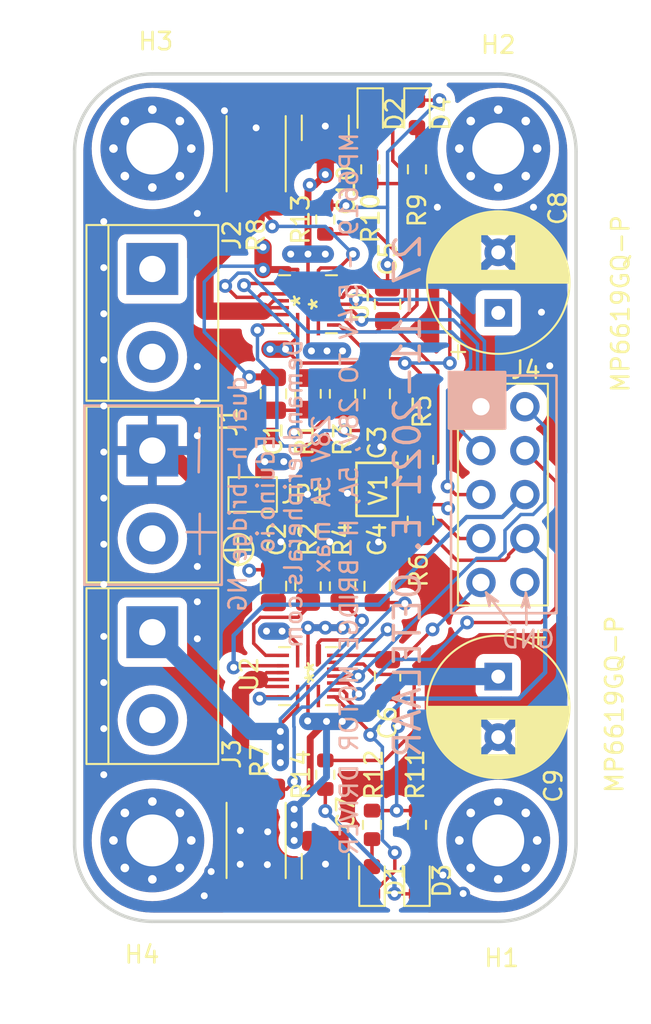
<source format=kicad_pcb>
(kicad_pcb (version 20230517) (generator pcbnew)
  (title_block (title "Dual H bridge NextGen") (date "2021-11-26") (rev "1") (company "Demand Peripherals / Eduino / OETELAAR"))
  (layers (0 "F.Cu" signal) (1 "In1.Cu" signal) (2 "In2.Cu" signal) (31 "B.Cu" signal) (34 "B.Paste" user) (35 "F.Paste" user) (36 "B.SilkS" user "B.Silkscreen") (37 "F.SilkS" user "F.Silkscreen") (38 "B.Mask" user) (39 "F.Mask" user) (44 "Edge.Cuts" user))
  (net 0 "")
  (net 3 "U1-OUT2")
  (net 4 "Net-(R1-Pad2)")
  (net 5 "Net-(R2-Pad2)")
  (net 6 "U2-OUT2")
  (net 7 "U1-OUT1")
  (net 8 "Net-(C3-Pad2)")
  (net 9 "U2-OUT1")
  (net 10 "Net-(C4-Pad2)")
  (net 11 "GNDA")
  (net 12 "Net-(R4-Pad1)")
  (net 13 "VIN")
  (net 16 "GND")
  (net 17 "Net-(U2-Pad4)")
  (net 18 "Net-(R1-Pad1)")
  (net 19 "Net-(R3-Pad1)")
  (net 24 "U1-nFault")
  (net 25 "U2-nFault")
  (net 26 "U2-IFB")
  (net 27 "U1-EN")
  (net 28 "U1-IN1")
  (net 29 "U1-IN2")
  (net 30 "U2-IN1")
  (net 31 "U2-IN2")
  (net 32 "U2-EN")
  (net 33 "U1-IFB")
  (net 34 "U1-VCC")
  (net 35 "U2-VCC")
  (net 36 "Net-(D1-Pad2)")
  (net 37 "Net-(D2-Pad2)")
  (net 38 "Net-(D3-Pad2)")
  (net 39 "Net-(R9-Pad2)")
  (net 40 "U1-ISET")
  (net 41 "U2-ISET")
  (footprint "Resistor_SMD:R_0603_1608Metric" (layer "F.Cu") (at 160 64.1 90)
    (fp_text reference "R13")
    (fp_text value "80k 0603")
  )
  (footprint "LED_SMD:LED_0603_1608Metric" (layer "F.Cu") (at 165.3 58 -90)
    (fp_text reference "D4")
    (fp_text value "LED GREEN 0603")
  )
  (footprint "Resistor_SMD:R_0805_2012Metric" (layer "F.Cu") (at 159 74.180001 -90)
    (fp_text reference "R1")
    (fp_text value "10 R")
  )
  (footprint "Resistor_SMD:R_0805_2012Metric" (layer "F.Cu") (at 165.5 81.5 -90)
    (fp_text reference "R6")
    (fp_text value "100k")
  )
  (footprint "Resistor_SMD:R_2512_6332Metric" (layer "F.Cu") (at 156 100 -90)
    (fp_text reference "R7")
    (fp_text value "0.05R SENSE")
  )
  (footprint "Capacitor_SMD:C_0805_2012Metric" (layer "F.Cu") (at 163 85.3 90)
    (fp_text reference "C4")
    (fp_text value "100 nF / 50V")
  )
  (footprint "Capacitor_SMD:C_0805_2012Metric" (layer "F.Cu") (at 163.6 69 -90)
    (fp_text reference "C5")
    (fp_text value "1uF/50V")
  )
  (footprint "Capacitor_THT:CP_Radial_D8.0mm_P3.50mm" (layer "F.Cu") (at 170.000001 69.5 90)
    (fp_text reference "C8")
    (fp_text value "C_Polarized_Small")
  )
  (footprint "Resistor_SMD:R_0805_2012Metric" (layer "F.Cu") (at 161 85.3 90)
    (fp_text reference "R4")
    (fp_text value "10 R")
  )
  (footprint "Capacitor_SMD:C_1210_3225Metric" (layer "F.Cu") (at 160 58.8 90)
    (fp_text reference "C10")
    (fp_text value "4u7 1210")
  )
  (footprint "2HBR_NG_Library:MP6619GQ-P" (layer "F.Cu") (at 159 69 -90)
    (fp_text reference "U1")
    (fp_text value "MP6619GQ-P")
  )
  (footprint "Resistor_SMD:R_2512_6332Metric" (layer "F.Cu") (at 156 60.3 90)
    (fp_text reference "R8")
    (fp_text value "0.05R SENSE")
  )
  (footprint "TerminalBlock:TerminalBlock_bornier-2_P5.08mm" (layer "F.Cu") (at 150 87.96 -90)
    (fp_text reference "J3")
    (fp_text value "Screw_Terminal_01x02")
  )
  (footprint "TerminalBlock:TerminalBlock_bornier-2_P5.08mm" (layer "F.Cu") (at 150 77.46 -90)
    (fp_text reference "J1")
    (fp_text value "Screw_Terminal_01x02")
  )
  (footprint "Resistor_SMD:R_0603_1608Metric" (layer "F.Cu") (at 162.6 61.2 90)
    (fp_text reference "R10")
    (fp_text value "1K0 0603")
  )
  (footprint "Capacitor_SMD:C_0805_2012Metric" (layer "F.Cu") (at 163.000001 74.180001 -90)
    (fp_text reference "C3")
    (fp_text value "100 nF / 50V")
  )
  (footprint "MountingHole:MountingHole_3mm_Pad_Via" (layer "F.Cu") (at 150 100)
    (fp_text reference "H4")
    (fp_text value "MountingHole_Pad")
  )
  (footprint "Capacitor_SMD:C_1210_3225Metric" (layer "F.Cu") (at 160 101.5 -90)
    (fp_text reference "C7")
    (fp_text value "4u7 1210")
  )
  (footprint "Resistor_SMD:R_0805_2012Metric" (layer "F.Cu") (at 161 74.180001 -90)
    (fp_text reference "R3")
    (fp_text value "10 R")
  )
  (footprint "Capacitor_SMD:C_0805_2012Metric" (layer "F.Cu") (at 163.6 90.5 -90)
    (fp_text reference "C6")
    (fp_text value "1uF/50V")
  )
  (footprint "MountingHole:MountingHole_3mm_Pad_Via" (layer "F.Cu") (at 150 60)
    (fp_text reference "H3")
    (fp_text value "MountingHole_Pad")
  )
  (footprint "LED_SMD:LED_0603_1608Metric" (layer "F.Cu") (at 162.6 58 -90)
    (fp_text reference "D2")
    (fp_text value "LED RED 0603")
  )
  (footprint "Resistor_SMD:R_0603_1608Metric" (layer "F.Cu") (at 165.3 99.1 -90)
    (fp_text reference "R11")
    (fp_text value "1K0 0603")
  )
  (footprint "2HBR_NG_Library:MP6619GQ-P" (layer "F.Cu") (at 159 90.5 -90)
    (fp_text reference "U2")
    (fp_text value "MP6619GQ-P")
  )
  (footprint "Resistor_SMD:R_0603_1608Metric" (layer "F.Cu") (at 160 96.2 -90)
    (fp_text reference "R14")
    (fp_text value "80k 0603")
  )
  (footprint "Connector_PinHeader_2.54mm:PinHeader_2x05_P2.54mm_Vertical" (layer "F.Cu") (at 169 74.925)
    (fp_text reference "J4")
    (fp_text value "Conn_02x05_Odd_Even")
  )
  (footprint "Resistor_SMD:R_0805_2012Metric" (layer "F.Cu") (at 165.5 78 90)
    (fp_text reference "R5")
    (fp_text value "100k")
  )
  (footprint "Resistor_SMD:R_0603_1608Metric" (layer "F.Cu") (at 165.3 61.2 90)
    (fp_text reference "R9")
    (fp_text value "1K0 0603")
  )
  (footprint "Capacitor_THT:CP_Radial_D8.0mm_P3.50mm" (layer "F.Cu") (at 170.000001 90.52735 -90)
    (fp_text reference "C9")
    (fp_text value "C_Polarized_Small")
  )
  (footprint "Jumper:SolderJumper-2_P1.3mm_Bridged2Bar_Pad1.0x1.5mm" (layer "F.Cu") (at 155.8 80 180)
    (fp_text reference "JP1")
    (fp_text value "Jumper_2_Bridged")
  )
  (footprint "MountingHole:MountingHole_3mm_Pad_Via" (layer "F.Cu") (at 170 60)
    (fp_text reference "H2")
    (fp_text value "MountingHole_Pad")
  )
  (footprint "Capacitor_SMD:C_0805_2012Metric" (layer "F.Cu") (at 157 74.180001 -90)
    (fp_text reference "C1")
    (fp_text value "100 nF / 50V")
  )
  (footprint "TerminalBlock:TerminalBlock_bornier-2_P5.08mm" (layer "F.Cu") (at 150 66.96 -90)
    (fp_text reference "J2")
    (fp_text value "Screw_Terminal_01x02")
  )
  (footprint "LED_SMD:LED_0603_1608Metric" (layer "F.Cu") (at 162.7 102.3 90)
    (fp_text reference "D1")
    (fp_text value "LED RED 0603")
  )
  (footprint "Resistor_SMD:R_0805_2012Metric" (layer "F.Cu") (at 159 85.3 90)
    (fp_text reference "R2")
    (fp_text value "10 R")
  )
  (footprint "LED_SMD:LED_0603_1608Metric" (layer "F.Cu") (at 165.3 102.3 90)
    (fp_text reference "D3")
    (fp_text value "LED GREEN 0603")
  )
  (footprint "Capacitor_SMD:C_0805_2012Metric" (layer "F.Cu") (at 157 85.3 90)
    (fp_text reference "C2")
    (fp_text value "100 nF / 50V")
  )
  (footprint "Resistor_SMD:R_0603_1608Metric" (layer "F.Cu") (at 162.7 99.1 -90)
    (fp_text reference "R12")
    (fp_text value "1K0 0603")
  )
  (footprint "MountingHole:MountingHole_3mm_Pad_Via" (layer "F.Cu") (at 170 100)
    (fp_text reference "H1")
    (fp_text value "MountingHole_Pad")
  )
  (gr_line (start 169.3 85.67) (end 169.49 86.45) (stroke (width 0.15)) (layer "B.SilkS"))
  (gr_line (start 169.29 85.66) (end 170.71 87.51) (stroke (width 0.15)) (layer "B.SilkS"))
  (gr_line (start 152.72 76.15) (end 152.68 78.71) (stroke (width 0.15)) (layer "B.SilkS"))
  (gr_line (start 171.8 86.54) (end 171.59 85.67) (stroke (width 0.15)) (layer "B.SilkS"))
  (gr_line (start 171.55 86.24) (end 171.8 86.54) (stroke (width 0.15)) (layer "B.SilkS"))
  (gr_line (start 169.53 86.08) (end 169.98 86.18) (stroke (width 0.15)) (layer "B.SilkS"))
  (gr_rect (start 167.15 72.92) (end 170.4 76.18) (stroke (width 0.15)) (fill solid) (layer "B.SilkS"))
  (gr_line (start 153.67 82.19) (end 151.99 82.17) (stroke (width 0.15)) (layer "B.SilkS"))
  (gr_line (start 169.49 86.45) (end 169.53 86.08) (stroke (width 0.15)) (layer "B.SilkS"))
  (gr_line (start 152.74 81.12) (end 152.74 83.44) (stroke (width 0.15)) (layer "B.SilkS"))
  (gr_line (start 169.98 86.18) (end 169.31 85.7) (stroke (width 0.15)) (layer "B.SilkS"))
  (gr_rect (start 146.07 74.86) (end 154.01 85.22) (stroke (width 0.15)) (fill none) (layer "B.SilkS"))
  (gr_line (start 171.36 86.51) (end 171.55 86.24) (stroke (width 0.15)) (layer "B.SilkS"))
  (gr_rect (start 167.27 73.12) (end 173.37 86.86) (stroke (width 0.15)) (fill none) (layer "B.SilkS"))
  (gr_line (start 171.61 85.73) (end 171.36 86.51) (stroke (width 0.15)) (layer "B.SilkS"))
  (gr_line (start 171.61 85.73) (end 171.63 87.53) (stroke (width 0.15)) (layer "B.SilkS"))
  (gr_line (start 154.95 82.32) (end 154.95 84.1) (stroke (width 0.15)) (layer "F.SilkS"))
  (gr_rect (start 161.8 78.17) (end 164.18 81.24) (stroke (width 0.15)) (fill none) (layer "F.SilkS"))
  (gr_line (start 154.2 83.22) (end 155.66 83.2) (stroke (width 0.15)) (layer "F.SilkS"))
  (gr_circle (center 154.95 83.18) (end 155.66 83.71) (stroke (width 0.15)) (fill none) (layer "F.SilkS"))
  (gr_rect (start 167.2 73.2) (end 170.27 76.195) (stroke (width 0.15)) (fill solid) (layer "F.SilkS"))
  (gr_arc (start 145.499999 60.179999) (mid 146.818018 56.998018) (end 149.999999 55.679999) (stroke (width 0.2)) (layer "Edge.Cuts"))
  (gr_arc (start 149.999996 104.680002) (mid 146.818017 103.361981) (end 145.5 100.18) (stroke (width 0.2)) (layer "Edge.Cuts"))
  (gr_line (start 145.5 100.18) (end 145.5 60.179999) (stroke (width 0.2)) (layer "Edge.Cuts"))
  (gr_line (start 169.999999 104.68) (end 150 104.68) (stroke (width 0.2)) (layer "Edge.Cuts"))
  (gr_arc (start 174.5 100.180001) (mid 173.18198 103.361981) (end 169.999999 104.68) (stroke (width 0.2)) (layer "Edge.Cuts"))
  (gr_line (start 174.499999 60.179998) (end 174.499999 100.18) (stroke (width 0.2)) (layer "Edge.Cuts"))
  (gr_line (start 149.999999 55.679999) (end 169.999999 55.679998) (stroke (width 0.2)) (layer "Edge.Cuts"))
  (gr_arc (start 170 55.679997) (mid 173.18198 56.998017) (end 174.499999 60.179998) (stroke (width 0.2)) (layer "Edge.Cuts"))
  (gr_text "GND\n" (at 171.74 88.37) (layer "B.SilkS") (effects (font (size 1 1)) (justify mirror)))
  (gr_text "27-11-2021 E. OETELAAR\n" (at 164.75 80.1 90) (layer "B.SilkS") (effects (font (size 1.5 1.5) (thickness 0.2)) (justify mirror)))
  (gr_text "dual h-bridge NG\nEduino.io\nDemandperipherals.com\n28V 5A max\nMP6619 - 5.4V TO 28V, 5A, H-BRIDGE MOTOR DRIVER" (at 158.16 79.96 90) (layer "B.SilkS") (effects (font (size 1 1)) (justify mirror)))
  (gr_text "V1" (at 163.06 79.73 90) (layer "F.SilkS") (effects (font (size 1 1))))
  (segment (start 158.400001 66.991999) (end 156.4 66.991999) (width 0.2) (layer "F.Cu") (net 3))
  (segment (start 156.969999 73.2) (end 157 73.230001) (width 0.4) (layer "F.Cu") (net 3))
  (segment (start 155.6 73.2) (end 156.969999 73.2) (width 0.4) (layer "F.Cu") (net 3))
  (segment (start 158.400001 67.85) (end 158.400001 66.991999) (width 0.2) (layer "F.Cu") (net 3))
  (segment (start 156.4 66.991999) (end 157.858001 66.991999) (width 0.4) (layer "F.Cu") (net 3))
  (segment (start 158.400001 66.991999) (end 157.691999 66.991999) (width 0.2) (layer "F.Cu") (net 3))
  (segment (start 156.4 65.7) (end 156.4 66.991999) (width 1) (layer "F.Cu") (net 3))
  (via (at 155.6 73.2) (size 0.8) (drill 0.4) (layers "F.Cu" "B.Cu") (net 3))
  (via (at 156.4 65.7) (size 0.8) (drill 0.4) (layers "F.Cu" "B.Cu") (net 3))
  (via (at 156.4 66.991999) (size 0.8) (drill 0.4) (layers "F.Cu" "B.Cu") (net 3))
  (segment (start 153.909766 66.800989) (end 156.20899 66.800989) (width 0.2) (layer "B.Cu") (net 3))
  (segment (start 156.20899 66.800989) (end 156.4 66.991999) (width 0.2) (layer "B.Cu") (net 3))
  (segment (start 153.000499 70.600499) (end 153.000499 67.710256) (width 0.2) (layer "B.Cu") (net 3))
  (segment (start 153.000499 67.710256) (end 153.909766 66.800989) (width 0.2) (layer "B.Cu") (net 3))
  (segment (start 155.6 73.2) (end 153.000499 70.600499) (width 0.2) (layer "B.Cu") (net 3))
  (segment (start 158.9625 75.130001) (end 159 75.092501) (width 0.2) (layer "F.Cu") (net 4))
  (segment (start 157 75.130001) (end 158.9625 75.130001) (width 0.2) (layer "F.Cu") (net 4))
  (segment (start 158.8625 84.3875) (end 159 84.3875) (width 0.2) (layer "F.Cu") (net 5))
  (segment (start 157 86.25) (end 158.8625 84.3875) (width 0.2) (layer "F.Cu") (net 5))
  (segment (start 157.66 87.9) (end 157.5 87.9) (width 0.2) (layer "F.Cu") (net 6))
  (segment (start 158.400001 88.640001) (end 157.66 87.9) (width 0.2) (layer "F.Cu") (net 6))
  (segment (start 158.400001 89.35) (end 158.400001 88.640001) (width 0.2) (layer "F.Cu") (net 6))
  (segment (start 157 84.35) (end 155.65 84.35) (width 0.2) (layer "F.Cu") (net 6))
  (segment (start 155.65 84.35) (end 155.6 84.4) (width 0.2) (layer "F.Cu") (net 6))
  (segment (start 156.6 87.9) (end 157.5 87.9) (width 0.4) (layer "F.Cu") (net 6))
  (via (at 157.5 87.9) (size 0.8) (drill 0.4) (layers "F.Cu" "B.Cu") (net 6))
  (via (at 155.6 84.4) (size 0.8) (drill 0.4) (layers "F.Cu" "B.Cu") (net 6))
  (via (at 156.6 87.9) (size 0.8) (drill 0.4) (layers "F.Cu" "B.Cu") (net 6))
  (segment (start 156.6 87.9) (end 157.5 87.9) (width 1) (layer "B.Cu") (net 6))
  (segment (start 162.17 72.4) (end 163.000001 73.230001) (width 0.2) (layer "F.Cu") (net 7))
  (segment (start 158.5 72.4) (end 162.17 72.4) (width 0.2) (layer "F.Cu") (net 7))
  (segment (start 158.400001 70.899999) (end 157.7 71.6) (width 0.2) (layer "F.Cu") (net 7))
  (segment (start 157.7 71.6) (end 156.8 71.6) (width 1) (layer "F.Cu") (net 7))
  (segment (start 158.400001 70.15) (end 158.400001 70.899999) (width 0.2) (layer "F.Cu") (net 7))
  (segment (start 157.7 71.6) (end 158.5 72.4) (width 0.2) (layer "F.Cu") (net 7))
  (via (at 156.8 71.6) (size 0.8) (drill 0.4) (layers "F.Cu" "B.Cu") (net 7))
  (via (at 157.7 71.6) (size 0.8) (drill 0.4) (layers "F.Cu" "B.Cu") (net 7))
  (segment (start 156.8 71.6) (end 157.7 71.6) (width 0.4) (layer "B.Cu") (net 7))
  (segment (start 162.962501 75.092501) (end 163.000001 75.130001) (width 0.2) (layer "F.Cu") (net 8))
  (segment (start 161 75.092501) (end 162.962501 75.092501) (width 0.2) (layer "F.Cu") (net 8))
  (segment (start 163 86.25) (end 164.55 86.25) (width 0.2) (layer "F.Cu") (net 9))
  (segment (start 158.400001 91.65) (end 158.400001 92.299999) (width 0.2) (layer "F.Cu") (net 9))
  (segment (start 157.4 93.3) (end 157.4 93.7) (width 0.2) (layer "F.Cu") (net 9))
  (segment (start 158.400001 92.299999) (end 158 92.7) (width 0.2) (layer "F.Cu") (net 9))
  (segment (start 164.55 86.25) (end 164.6 86.3) (width 0.2) (layer "F.Cu") (net 9))
  (segment (start 158 92.7) (end 157.4 93.3) (width 0.2) (layer "F.Cu") (net 9))
  (via (at 164.6 86.3) (size 0.8) (drill 0.4) (layers "F.Cu" "B.Cu") (net 9))
  (via (at 157.4 93.7) (size 0.8) (drill 0.4) (layers "F.Cu" "B.Cu") (net 9))
  (via (at 157.4 95.5) (size 0.8) (drill 0.4) (layers "F.Cu" "B.Cu") (net 9))
  (via (at 157.4 94.6) (size 0.8) (drill 0.4) (layers "F.Cu" "B.Cu") (net 9))
  (segment (start 157.4 93.7) (end 157.4 94.6) (width 1) (layer "B.Cu") (net 9))
  (segment (start 157.4 94.6) (end 157.4 95.5) (width 1) (layer "B.Cu") (net 9))
  (segment (start 158.519777 91.890978) (end 164.110755 86.3) (width 0.2) (layer "B.Cu") (net 9))
  (segment (start 157.4 92.974327) (end 158.483349 91.890978) (width 0.2) (layer "B.Cu") (net 9))
  (segment (start 150 87.96) (end 155.74 93.7) (width 1) (layer "B.Cu") (net 9))
  (segment (start 164.110755 86.3) (end 164.6 86.3) (width 0.2) (layer "B.Cu") (net 9))
  (segment (start 155.74 93.7) (end 157.4 93.7) (width 1) (layer "B.Cu") (net 9))
  (segment (start 158.483349 91.890978) (end 158.519777 91.890978) (width 0.2) (layer "B.Cu") (net 9))
  (segment (start 157.4 93.7) (end 157.4 92.974327) (width 0.2) (layer "B.Cu") (net 9))
  (segment (start 162.9625 84.3875) (end 163 84.35) (width 0.2) (layer "F.Cu") (net 10))
  (segment (start 161 84.3875) (end 162.9625 84.3875) (width 0.2) (layer "F.Cu") (net 10))
  (segment (start 163.35 89.3) (end 163.6 89.55) (width 0.2) (layer "F.Cu") (net 11))
  (segment (start 161.02 67.8) (end 161.69 67.13) (width 0.2) (layer "F.Cu") (net 11))
  (segment (start 162.68 67.13) (end 163.6 68.05) (width 0.2) (layer "F.Cu") (net 11))
  (segment (start 164.0075 103.0875) (end 164 103.08) (width 0.2) (layer "F.Cu") (net 11))
  (segment (start 160.45 67.8) (end 161.02 67.8) (width 0.2) (layer "F.Cu") (net 11))
  (segment (start 163.6 68.05) (end 163.6 66.7) (width 0.2) (layer "F.Cu") (net 11))
  (segment (start 160 98.3) (end 160 97.025) (width 0.2) (layer "F.Cu") (net 11))
  (segment (start 156.5 78.1) (end 157.6 78.1) (width 1) (layer "F.Cu") (net 11))
  (segment (start 160 63.275) (end 161.175 63.275) (width 0.2) (layer "F.Cu") (net 11))
  (segment (start 156.45 80) (end 156.45 78.15) (width 1) (layer "F.Cu") (net 11))
  (segment (start 156.45 78.15) (end 156.5 78.1) (width 1) (layer "F.Cu") (net 11))
  (segment (start 164.45 89.55) (end 166.2 87.8) (width 0.2) (layer "F.Cu") (net 11))
  (segment (start 165.3 103.0875) (end 164.0075 103.0875) (width 0.2) (layer "F.Cu") (net 11))
  (segment (start 161.175 63.275) (end 161.2 63.3) (width 0.2) (layer "F.Cu") (net 11))
  (segment (start 166.6 57.2) (end 165.3125 57.2) (width 0.2) (layer "F.Cu") (net 11))
  (segment (start 161.69 67.13) (end 162.68 67.13) (width 0.2) (layer "F.Cu") (net 11))
  (segment (start 165.3125 57.2) (end 165.3 57.2125) (width 0.2) (layer "F.Cu") (net 11))
  (segment (start 163.6 89.55) (end 164.45 89.55) (width 0.2) (layer "F.Cu") (net 11))
  (segment (start 160.45 89.3) (end 163.35 89.3) (width 0.2) (layer "F.Cu") (net 11))
  (via (at 163.6 66.7) (size 0.8) (drill 0.4) (layers "F.Cu" "B.Cu") (net 11))
  (via (at 157.6 78.1) (size 0.8) (drill 0.4) (layers "F.Cu" "B.Cu") (net 11))
  (via (at 164 103.08) (size 0.8) (drill 0.4) (layers "F.Cu" "B.Cu") (net 11))
  (via (at 156.5 78.1) (size 0.8) (drill 0.4) (layers "F.Cu" "B.Cu") (net 11))
  (via (at 166.6 57.2) (size 0.8) (drill 0.4) (layers "F.Cu" "B.Cu") (net 11))
  (via (at 166.2 87.8) (size 0.8) (drill 0.4) (layers "F.Cu" "B.Cu") (net 11))
  (via (at 160 98.3) (size 0.8) (drill 0.4) (layers "F.Cu" "B.Cu") (net 11))
  (via (at 161.2 63.3) (size 0.8) (drill 0.4) (layers "F.Cu" "B.Cu") (net 11))
  (segment (start 169 85.085) (end 166.285 87.8) (width 0.2) (layer "B.Cu") (net 11))
  (segment (start 161.3 63.4) (end 163.6 63.4) (width 0.2) (layer "B.Cu") (net 11))
  (segment (start 166.285 87.8) (end 166.2 87.8) (width 0.2) (layer "B.Cu") (net 11))
  (segment (start 163.6 63.4) (end 163.6 60.2) (width 0.2) (layer "B.Cu") (net 11))
  (segment (start 156.5 78.1) (end 157.6 78.1) (width 1) (layer "B.Cu") (net 11))
  (segment (start 161.2 63.3) (end 161.3 63.4) (width 0.2) (layer "B.Cu") (net 11))
  (segment (start 160 98.3) (end 164 102.3) (width 0.25) (layer "B.Cu") (net 11))
  (segment (start 164 102.3) (end 164 103.08) (width 0.25) (layer "B.Cu") (net 11))
  (segment (start 163.6 60.2) (end 166.6 57.2) (width 0.2) (layer "B.Cu") (net 11))
  (segment (start 163.6 66.7) (end 163.6 63.4) (width 0.2) (layer "B.Cu") (net 11))
  (segment (start 161 86.2125) (end 162.076398 87.288898) (width 0.2) (layer "F.Cu") (net 12))
  (segment (start 162.076398 87.288898) (end 162.122919 87.288898) (width 0.2) (layer "F.Cu") (net 12))
  (segment (start 156.299999 91.700001) (end 156.2 91.8) (width 0.2) (layer "F.Cu") (net 12))
  (segment (start 157.55 91.700001) (end 156.299999 91.700001) (width 0.2) (layer "F.Cu") (net 12))
  (via (at 162.122919 87.288898) (size 0.8) (drill 0.4) (layers "F.Cu" "B.Cu") (net 12))
  (via (at 156.2 91.8) (size 0.8) (drill 0.4) (layers "F.Cu" "B.Cu") (net 12))
  (segment (start 158.009333 91.8) (end 162.122919 87.686414) (width 0.2) (layer "B.Cu") (net 12))
  (segment (start 162.122919 87.686414) (end 162.122919 87.288898) (width 0.2) (layer "B.Cu") (net 12))
  (segment (start 156.2 91.8) (end 158.009333 91.8) (width 0.2) (layer "B.Cu") (net 12))
  (segment (start 159.4 62.1) (end 160 61.5) (width 0.4) (layer "F.Cu") (net 13))
  (segment (start 159 67.85) (end 159 66.1) (width 0.2) (layer "F.Cu") (net 13))
  (segment (start 158.225 100.025) (end 158.2 100) (width 0.2) (layer "F.Cu") (net 13))
  (segment (start 159 66.1) (end 160 66.1) (width 1) (layer "F.Cu") (net 13))
  (segment (start 159.12548 94.06452) (end 159.12548 97.27452) (width 0.4) (layer "F.Cu") (net 13))
  (segment (start 159.1 62.1) (end 159.4 62.1) (width 0.4) (layer "F.Cu") (net 13))
  (segment (start 160.1 71.7005) (end 161 71.7005) (width 0.2) (layer "F.Cu") (net 13))
  (segment (start 159 87.7) (end 161 87.7) (width 0.4) (layer "F.Cu") (net 13))
  (segment (start 159 71.5005) (end 159.2 71.7005) (width 0.2) (layer "F.Cu") (net 13))
  (segment (start 159 62) (end 159 66.1) (width 0.4) (layer "F.Cu") (net 13))
  (segment (start 159 70.15) (end 159 71.5005) (width 0.2) (layer "F.Cu") (net 13))
  (segment (start 159.2 71.7005) (end 161 71.7005) (width 0.4) (layer "F.Cu") (net 13))
  (segment (start 158 66.1005) (end 158.9995 66.1005) (width 1) (layer "F.Cu") (net 13))
  (segment (start 159 91.65) (end 159 93.07) (width 0.2) (layer "F.Cu") (net 13))
  (segment (start 159 89.35) (end 159 88) (width 0.2) (layer "F.Cu") (net 13))
  (segment (start 160.95354 93.09) (end 160.98177 93.11823) (width 0.4) (layer "F.Cu") (net 13))
  (segment (start 159 87.7) (end 160 87.7) (width 0.2) (layer "F.Cu") (net 13))
  (segment (start 160 60.275) (end 160 61.5) (width 1) (layer "F.Cu") (net 13))
  (segment (start 158.9995 66.1005) (end 159 66.1) (width 1) (layer "F.Cu") (net 13))
  (segment (start 158.2 99.1) (end 158.2 98.2) (width 0.2) (layer "F.Cu") (net 13))
  (segment (start 158.98 93.09) (end 160.95354 93.09) (width 0.4) (layer "F.Cu") (net 13))
  (segment (start 160.07 93.12) (end 159.12548 94.06452) (width 0.4) (layer "F.Cu") (net 13))
  (segment (start 160 100.025) (end 158.225 100.025) (width 0.2) (layer "F.Cu") (net 13))
  (segment (start 159.12548 97.27452) (end 158.2 98.2) (width 0.4) (layer "F.Cu") (net 13))
  (segment (start 159 93.07) (end 158.98 93.09) (width 0.2) (layer "F.Cu") (net 13))
  (segment (start 158.2 100) (end 158.2 98.2) (width 0.4) (layer "F.Cu") (net 13))
  (via (at 158.98 93.09) (size 0.8) (drill 0.4) (layers "F.Cu" "B.Cu") (net 13))
  (via (at 158.2 100) (size 0.8) (drill 0.4) (layers "F.Cu" "B.Cu") (net 13))
  (via (at 158.2 99.1) (size 0.8) (drill 0.4) (layers "F.Cu" "B.Cu") (net 13))
  (via (at 160 66.1) (size 0.8) (drill 0.4) (layers "F.Cu" "B.Cu") (net 13))
  (via (at 159 87.7) (size 0.8) (drill 0.4) (layers "F.Cu" "B.Cu") (net 13))
  (via (at 159 66.1) (size 0.8) (drill 0.4) (layers "F.Cu" "B.Cu") (net 13))
  (via (at 161 87.7) (size 0.8) (drill 0.4) (layers "F.Cu" "B.Cu") (net 13))
  (via (at 159.1 62.1) (size 0.8) (drill 0.4) (layers "F.Cu" "B.Cu") (net 13))
  (via (at 159.2 71.7005) (size 0.8) (drill 0.4) (layers "F.Cu" "B.Cu") (net 13))
  (via (at 160.98177 93.11823) (size 0.8) (drill 0.4) (layers "F.Cu" "B.Cu") (net 13))
  (via (at 160 61.5) (size 0.8) (drill 0.4) (layers "F.Cu" "B.Cu") (net 13))
  (via (at 158.2 98.2) (size 0.8) (drill 0.4) (layers "F.Cu" "B.Cu") (net 13))
  (via (at 160.07 93.12) (size 0.8) (drill 0.4) (layers "F.Cu" "B.Cu") (net 13))
  (via (at 161 71.7005) (size 0.8) (drill 0.4) (layers "F.Cu" "B.Cu") (net 13))
  (via (at 160.1 71.7005) (size 0.8) (drill 0.4) (layers "F.Cu" "B.Cu") (net 13))
  (via (at 158 66.1005) (size 0.8) (drill 0.4) (layers "F.Cu" "B.Cu") (net 13))
  (via (at 160 87.7) (size 0.8) (drill 0.4) (layers "F.Cu" "B.Cu") (net 13))
  (segment (start 158.2 100) (end 158.2 99.1) (width 0.2) (layer "B.Cu") (net 13))
  (segment (start 161.450499 92.649501) (end 160.98177 93.11823) (width 1) (layer "B.Cu") (net 13))
  (segment (start 160.07 96.33) (end 158.2 98.2) (width 0.4) (layer "B.Cu") (net 13))
  (segment (start 170.000001 90.52735) (end 164.41772 90.52735) (width 1) (layer "B.Cu") (net 13))
  (segment (start 159 87.7) (end 161 87.7) (width 0.4) (layer "B.Cu") (net 13))
  (segment (start 159.9995 66.1005) (end 160 66.1) (width 1) (layer "B.Cu") (net 13))
  (segment (start 159.2 71.7005) (end 160.1 71.7005) (width 0.2) (layer "B.Cu") (net 13))
  (segment (start 158 66.1005) (end 159.9995 66.1005) (width 1) (layer "B.Cu") (net 13))
  (segment (start 160 87.7) (end 161 87.7) (width 0.2) (layer "B.Cu") (net 13))
  (segment (start 158.98 93.09) (end 159.00823 93.11823) (width 1) (layer "B.Cu") (net 13))
  (segment (start 160.07 93.12) (end 160.07 96.33) (width 0.4) (layer "B.Cu") (net 13))
  (segment (start 163.059501 91.885569) (end 163.059501 92.005429) (width 1) (layer "B.Cu") (net 13))
  (segment (start 162.415429 92.649501) (end 161.450499 92.649501) (width 1) (layer "B.Cu") (net 13))
  (segment (start 159.2 71.7005) (end 161 71.7005) (width 1) (layer "B.Cu") (net 13))
  (segment (start 164.41772 90.52735) (end 163.059501 91.885569) (width 1) (layer "B.Cu") (net 13))
  (segment (start 158.2 100) (end 158.2 98.2) (width 1) (layer "B.Cu") (net 13))
  (segment (start 159.00823 93.11823) (end 160.98177 93.11823) (width 1) (layer "B.Cu") (net 13))
  (segment (start 163.059501 92.005429) (end 162.415429 92.649501) (width 1) (layer "B.Cu") (net 13))
  (segment (start 159.9875 102.9625) (end 160 102.975) (width 1) (layer "F.Cu") (net 16))
  (segment (start 156 102.9625) (end 159.9875 102.9625) (width 1) (layer "F.Cu") (net 16))
  (segment (start 155.1 101.4) (end 155.08 101.38) (width 0.4) (layer "F.Cu") (net 16))
  (segment (start 160 58.7) (end 160 57.325) (width 0.4) (layer "F.Cu") (net 16))
  (segment (start 156 102.9625) (end 156.65 102.3125) (width 1) (layer "F.Cu") (net 16))
  (segment (start 156.65 102.3125) (end 156.65 101.4) (width 1) (layer "F.Cu") (net 16))
  (segment (start 159.9875 57.3375) (end 160 57.325) (width 1) (layer "F.Cu") (net 16))
  (segment (start 160 102.975) (end 160 101.38) (width 1) (layer "F.Cu") (net 16))
  (segment (start 156 57.3375) (end 159.9875 57.3375) (width 0.4) (layer "F.Cu") (net 16))
  (segment (start 153.4 80) (end 155.15 80) (width 1) (layer "F.Cu") (net 16))
  (segment (start 150.86 77.46) (end 153.4 80) (width 1) (layer "F.Cu") (net 16))
  (segment (start 150 77.46) (end 150.86 77.46) (width 1) (layer "F.Cu") (net 16))
  (segment (start 160 101.38) (end 160.01 101.37) (width 1) (layer "F.Cu") (net 16))
  (segment (start 156.65 101.4) (end 155.1 101.4) (width 0.4) (layer "F.Cu") (net 16))
  (segment (start 156 57.3375) (end 156 58.8) (width 0.4) (layer "F.Cu") (net 16))
  (via (at 152.6 86.2) (size 0.8) (drill 0.4) (layers "F.Cu" "B.Cu") (net 16))
  (via (at 152.6 76.6) (size 0.8) (drill 0.4) (layers "F.Cu" "B.Cu") (net 16))
  (via (at 172.5 69.46) (size 0.8) (drill 0.4) (layers "F.Cu" "B.Cu") (net 16))
  (via (at 160.01 101.37) (size 0.8) (drill 0.4) (layers "F.Cu" "B.Cu") (net 16))
  (via (at 157.43 82.74) (size 0.8) (drill 0.4) (layers "F.Cu" "B.Cu") (net 16))
  (via (at 147.19 72.215) (size 0.8) (drill 0.4) (layers "F.Cu" "B.Cu") (net 16))
  (via (at 152.6 88.34) (size 0.8) (drill 0.4) (layers "F.Cu" "B.Cu") (net 16))
  (via (at 172.98 72.56) (size 0.8) (drill 0.4) (layers "F.Cu" "B.Cu") (net 16))
  (via (at 152.6 74.6) (size 0.8) (drill 0.4) (layers "F.Cu" "B.Cu") (net 16))
  (via (at 167.97 103.07) (size 0.8) (drill 0.4) (layers "F.Cu" "B.Cu") (net 16))
  (via (at 147.19 64.22) (size 0.8) (drill 0.4) (layers "F.Cu" "B.Cu") (net 16))
  (via (at 153.4 101.8) (size 0.8) (drill 0.4) (layers "F.Cu" "B.Cu") (net 16))
  (via (at 153 103.2) (size 0.8) (drill 0.4) (layers "F.Cu" "B.Cu") (net 16))
  (via (at 147.19 85.2) (size 0.8) (drill 0.4) (layers "F.Cu" "B.Cu") (net 16))
  (via (at 147.19 96.2) (size 0.8) (drill 0.4) (layers "F.Cu" "B.Cu") (net 16))
  (via (at 163.21 77.24) (size 0.8) (drill 0.4) (layers "F.Cu" "B.Cu") (net 16))
  (via (at 147.19 69.55) (size 0.8) (drill 0.4) (layers "F.Cu" "B.Cu") (net 16))
  (via (at 147.19 77.545) (size 0.8) (drill 0.4) (layers "F.Cu" "B.Cu") (net 16))
  (via (at 147.19 82.875) (size 0.8) (drill 0.4) (layers "F.Cu" "B.Cu") (net 16))
  (via (at 155.08 101.38) (size 0.8) (drill 0.4) (layers "F.Cu" "B.Cu") (net 16))
  (via (at 152.6 72.6) (size 0.8) (drill 0.4) (layers "F.Cu" "B.Cu") (net 16))
  (via (at 147.19 66.885) (size 0.8) (drill 0.4) (layers "F.Cu" "B.Cu") (net 16))
  (via (at 156.67 99.5) (size 0.8) (drill 0.4) (layers "F.Cu" "B.Cu") (net 16))
  (via (at 158.97 79.99) (size 0.8) (drill 0.4) (layers "F.Cu" "B.Cu") (net 16))
  (via (at 147.19 93.535) (size 0.8) (drill 0.4) (layers "F.Cu" "B.Cu") (net 16))
  (via (at 161.28 79.93) (size 0.8) (drill 0.4) (layers "F.Cu" "B.Cu") (net 16))
  (via (at 147.19 80.21) (size 0.8) (drill 0.4) (layers "F.Cu" "B.Cu") (net 16))
  (via (at 147.19 74.88) (size 0.8) (drill 0.4) (layers "F.Cu" "B.Cu") (net 16))
  (via (at 147.19 90.87) (size 0.8) (drill 0.4) (layers "F.Cu" "B.Cu") (net 16))
  (via (at 154.17 57.81) (size 0.8) (drill 0.4) (layers "F.Cu" "B.Cu") (net 16))
  (via (at 160 58.7) (size 0.8) (drill 0.4) (layers "F.Cu" "B.Cu") (net 16))
  (via (at 160.255 82.74) (size 0.8) (drill 0.4) (layers "F.Cu" "B.Cu") (net 16))
  (via (at 155.09 99.43) (size 0.8) (drill 0.4) (layers "F.Cu" "B.Cu") (net 16))
  (via (at 163.08 82.74) (size 0.8) (drill 0.4) (layers "F.Cu" "B.Cu") (net 16))
  (via (at 166.8 102) (size 0.8) (drill 0.4) (layers "F.Cu" "B.Cu") (net 16))
  (via (at 156.65 101.4) (size 0.8) (drill 0.4) (layers "F.Cu" "B.Cu") (net 16))
  (via (at 147.19 88.205) (size 0.8) (drill 0.4) (layers "F.Cu" "B.Cu") (net 16))
  (via (at 152.6 63.75) (size 0.8) (drill 0.4) (layers "F.Cu" "B.Cu") (net 16))
  (via (at 172.04 63.39) (size 0.8) (drill 0.4) (layers "F.Cu" "B.Cu") (net 16))
  (via (at 156 58.8) (size 0.8) (drill 0.4) (layers "F.Cu" "B.Cu") (net 16))
  (via (at 152.6 84.16) (size 0.8) (drill 0.4) (layers "F.Cu" "B.Cu") (net 16))
  (via (at 166.48 63.39) (size 0.8) (drill 0.4) (layers "F.Cu" "B.Cu") (net 16))
  (segment (start 159.9 58.8) (end 160 58.7) (width 0.4) (layer "B.Cu") (net 16))
  (segment (start 156 58.8) (end 159.9 58.8) (width 0.4) (layer "B.Cu") (net 16))
  (segment (start 156.55 89.3) (end 155.86 88.61) (width 0.2) (layer "F.Cu") (net 17))
  (segment (start 155.86 87.4869) (end 156.2469 87.1) (width 0.2) (layer "F.Cu") (net 17))
  (segment (start 155.86 88.61) (end 155.86 87.4869) (width 0.2) (layer "F.Cu") (net 17))
  (segment (start 158.43 87.1) (end 159 86.53) (width 0.2) (layer "F.Cu") (net 17))
  (segment (start 156.2469 87.1) (end 158.43 87.1) (width 0.2) (layer "F.Cu") (net 17))
  (segment (start 159 86.53) (end 159 86.2125) (width 0.2) (layer "F.Cu") (net 17))
  (segment (start 157.55 89.3) (end 156.55 89.3) (width 0.2) (layer "F.Cu") (net 17))
  (segment (start 157.55 67.8) (end 155.4 67.8) (width 0.2) (layer "F.Cu") (net 18))
  (segment (start 160 75.6) (end 160 74.267501) (width 0.2) (layer "F.Cu") (net 18))
  (segment (start 158.2 76.4) (end 159.2 76.4) (width 0.2) (layer "F.Cu") (net 18))
  (segment (start 159.2 76.4) (end 160 75.6) (width 0.2) (layer "F.Cu") (net 18))
  (segment (start 155.4 67.8) (end 155.3 67.9) (width 0.2) (layer "F.Cu") (net 18))
  (segment (start 160 74.267501) (end 159 73.267501) (width 0.2) (layer "F.Cu") (net 18))
  (via (at 155.3 67.9) (size 0.8) (drill 0.4) (layers "F.Cu" "B.Cu") (net 18))
  (via (at 158.2 76.4) (size 0.8) (drill 0.4) (layers "F.Cu" "B.Cu") (net 18))
  (segment (start 158.4 76.2) (end 158.4 71) (width 0.2) (layer "B.Cu") (net 18))
  (segment (start 158.2 76.4) (end 158.4 76.2) (width 0.2) (layer "B.Cu") (net 18))
  (segment (start 158.4 71) (end 155.3 67.9) (width 0.2) (layer "B.Cu") (net 18))
  (segment (start 161 73.267501) (end 161.932499 74.2) (width 0.2) (layer "F.Cu") (net 19))
  (segment (start 163.332142 76.3) (end 161.1 76.3) (width 0.2) (layer "F.Cu") (net 19))
  (segment (start 164.024521 74.534521) (end 164.024521 75.607621) (width 0.2) (layer "F.Cu") (net 19))
  (segment (start 161.932499 74.2) (end 163.69 74.2) (width 0.2) (layer "F.Cu") (net 19))
  (segment (start 157.55 70.200001) (end 156.376397 70.200001) (width 0.2) (layer "F.Cu") (net 19))
  (segment (start 156.376397 70.200001) (end 156.076898 70.4995) (width 0.2) (layer "F.Cu") (net 19))
  (segment (start 164.024521 75.607621) (end 163.332142 76.3) (width 0.2) (layer "F.Cu") (net 19))
  (segment (start 163.69 74.2) (end 164.024521 74.534521) (width 0.2) (layer "F.Cu") (net 19))
  (via (at 156.076898 70.4995) (size 0.8) (drill 0.4) (layers "F.Cu" "B.Cu") (net 19))
  (via (at 161.1 76.3) (size 0.8) (drill 0.4) (layers "F.Cu" "B.Cu") (net 19))
  (segment (start 159 77.2) (end 157.6 77.2) (width 0.2) (layer "B.Cu") (net 19))
  (segment (start 157.6 77.2) (end 157.2 76.8) (width 0.2) (layer "B.Cu") (net 19))
  (segment (start 156.076898 72.176898) (end 156.076898 70.4995) (width 0.2) (layer "B.Cu") (net 19))
  (segment (start 159.9 76.3) (end 159 77.2) (width 0.2) (layer "B.Cu") (net 19))
  (segment (start 157.2 76.8) (end 157.2 73.3) (width 0.2) (layer "B.Cu") (net 19))
  (segment (start 157.2 73.3) (end 156.076898 72.176898) (width 0.2) (layer "B.Cu") (net 19))
  (segment (start 161.1 76.3) (end 159.9 76.3) (width 0.2) (layer "B.Cu") (net 19))
  (segment (start 164.52548 61.32548) (end 165.781908 61.32548) (width 0.2) (layer "F.Cu") (net 24))
  (segment (start 164.65 72.15) (end 162.75 72.15) (width 0.2) (layer "F.Cu") (net 24))
  (segment (start 160.8 70.2) (end 160.45 70.2) (width 0.2) (layer "F.Cu") (net 24))
  (segment (start 164.65 72.35) (end 164.6 72.4) (width 0.2) (layer "F.Cu") (net 24))
  (segment (start 166.7 81.5) (end 167.745 82.545) (width 0.2) (layer "F.Cu") (net 24))
  (segment (start 167.2 62.743572) (end 167.2 72.4) (width 0.2) (layer "F.Cu") (net 24))
  (segment (start 165.781908 61.32548) (end 167.2 62.743572) (width 0.2) (layer "F.Cu") (net 24))
  (segment (start 163.8 80.8) (end 164.5 81.5) (width 0.2) (layer "F.Cu") (net 24))
  (segment (start 167.745 82.545) (end 169 82.545) (width 0.2) (layer "F.Cu") (net 24))
  (segment (start 165.5 77.0875) (end 164.6125 77.0875) (width 0.2) (layer "F.Cu") (net 24))
  (segment (start 165.5 77.0875) (end 165.5 73) (width 0.2) (layer "F.Cu") (net 24))
  (segment (start 165.5 73) (end 164.65 72.15) (width 0.2) (layer "F.Cu") (net 24))
  (segment (start 163.9 58.5125) (end 163.9 60.7) (width 0.2) (layer "F.Cu") (net 24))
  (segment (start 164.5 81.5) (end 166.7 81.5) (width 0.2) (layer "F.Cu") (net 24))
  (segment (start 162.75 72.15) (end 160.8 70.2) (width 0.2) (layer "F.Cu") (net 24))
  (segment (start 164.6125 77.0875) (end 163.8 77.9) (width 0.2) (layer "F.Cu") (net 24))
  (segment (start 163.9 60.7) (end 164.52548 61.32548) (width 0.2) (layer "F.Cu") (net 24))
  (segment (start 164.65 72.15) (end 164.65 72.35) (width 0.2) (layer "F.Cu") (net 24))
  (segment (start 163.8 77.9) (end 163.8 80.8) (width 0.2) (layer "F.Cu") (net 24))
  (segment (start 162.6 57.2125) (end 163.9 58.5125) (width 0.2) (layer "F.Cu") (net 24))
  (via (at 164.6 72.4) (size 0.8) (drill 0.4) (layers "F.Cu" "B.Cu") (net 24))
  (via (at 167.2 72.4) (size 0.8) (drill 0.4) (layers "F.Cu" "B.Cu") (net 24))
  (segment (start 164.6 72.4) (end 167.2 72.4) (width 0.2) (layer "B.Cu") (net 24))
  (segment (start 170.4 83.8) (end 170.6 83.6) (width 0.2) (layer "F.Cu") (net 25))
  (segment (start 160.552783 91.7) (end 162.6 93.747217) (width 0.2) (layer "F.Cu") (net 25))
  (segment (start 170.6 83.485) (end 171.54 82.545) (width 0.2) (layer "F.Cu") (net 25))
  (segment (start 166.2125 82.4125) (end 167.6 83.8) (width 0.2) (layer "F.Cu") (net 25))
  (segment (start 162.6 93.747217) (end 162.6 93.9) (width 0.2) (layer "F.Cu") (net 25))
  (segment (start 160.45 91.7) (end 160.552783 91.7) (width 0.2) (layer "F.Cu") (net 25))
  (segment (start 170.6 83.6) (end 170.6 83.485) (width 0.2) (layer "F.Cu") (net 25))
  (segment (start 165.5 82.4125) (end 166.2125 82.4125) (width 0.2) (layer "F.Cu") (net 25))
  (segment (start 164.02 101.7675) (end 164.02 100.7) (width 0.2) (layer "F.Cu") (net 25))
  (segment (start 167.6 83.8) (end 170.4 83.8) (width 0.2) (layer "F.Cu") (net 25))
  (segment (start 162.7 103.0875) (end 164.02 101.7675) (width 0.2) (layer "F.Cu") (net 25))
  (via (at 164.02 100.7) (size 0.8) (drill 0.4) (layers "F.Cu" "B.Cu") (net 25))
  (via (at 162.6 93.9) (size 0.8) (drill 0.4) (layers "F.Cu" "B.Cu") (net 25))
  (segment (start 162.6 93.9) (end 162.6 93.7754) (width 0.25) (layer "B.Cu") (net 25))
  (segment (start 162.6 93.7754) (end 164.5754 91.8) (width 0.25) (layer "B.Cu") (net 25))
  (segment (start 164.5754 91.8) (end 170.17 91.8) (width 0.25) (layer "B.Cu") (net 25))
  (segment (start 167.7 91.8) (end 170.17 91.8) (width 0.2) (layer "B.Cu") (net 25))
  (segment (start 163.3 99.5) (end 163.3 99.98) (width 0.2) (layer "B.Cu") (net 25))
  (segment (start 163.3 94.6) (end 162.6 93.9) (width 0.2) (layer "B.Cu") (net 25))
  (segment (start 171.54 82.545) (end 172.714511 83.719511) (width 0.25) (layer "B.Cu") (net 25))
  (segment (start 172.714511 90.285489) (end 171.2 91.8) (width 0.25) (layer "B.Cu") (net 25))
  (segment (start 163.3 99.98) (end 164.02 100.7) (width 0.2) (layer "B.Cu") (net 25))
  (segment (start 172.714511 83.719511) (end 172.714511 90.285489) (width 0.25) (layer "B.Cu") (net 25))
  (segment (start 171.2 91.8) (end 170.17 91.8) (width 0.25) (layer "B.Cu") (net 25))
  (segment (start 163.3 99.5) (end 163.3 94.6) (width 0.2) (layer "B.Cu") (net 25))
  (segment (start 157.7625 97.0375) (end 158.2 96.6) (width 0.2) (layer "F.Cu") (net 26))
  (segment (start 157.55 90.7) (end 156.2 90.7) (width 0.2) (layer "F.Cu") (net 26))
  (segment (start 159.599999 88.570001) (end 159.76 88.41) (width 0.2) (layer "F.Cu") (net 26))
  (segment (start 156 97.0375) (end 155.100499 96.137999) (width 1) (layer "F.Cu") (net 26))
  (segment (start 159.76 88.41) (end 162.99 88.41) (width 0.2) (layer "F.Cu") (net 26))
  (segment (start 157.55 90.300001) (end 156.599999 90.300001) (width 0.2) (layer "F.Cu") (net 26))
  (segment (start 162.99 88.41) (end 163.6 87.8) (width 0.2) (layer "F.Cu") (net 26))
  (segment (start 159.599999 89.35) (end 159.599999 88.570001) (width 0.2) (layer "F.Cu") (net 26))
  (segment (start 157.55 91.099999) (end 156.599999 91.099999) (width 0.2) (layer "F.Cu") (net 26))
  (segment (start 155.100499 91.344571) (end 155.74507 90.7) (width 1) (layer "F.Cu") (net 26))
  (segment (start 156.599999 91.099999) (end 156.2 90.7) (width 0.2) (layer "F.Cu") (net 26))
  (segment (start 156.599999 90.300001) (end 156.2 90.7) (width 0.2) (layer "F.Cu") (net 26))
  (segment (start 155.74507 90.7) (end 156.2 90.7) (width 1) (layer "F.Cu") (net 26))
  (segment (start 156 97.0375) (end 157.7625 97.0375) (width 0.2) (layer "F.Cu") (net 26))
  (segment (start 155.100499 96.137999) (end 155.100499 91.344571) (width 1) (layer "F.Cu") (net 26))
  (via (at 163.6 87.8) (size 0.8) (drill 0.4) (layers "F.Cu" "B.Cu") (net 26))
  (via (at 158.2 96.6) (size 0.8) (drill 0.4) (layers "F.Cu" "B.Cu") (net 26))
  (segment (start 158.180489 92.758831) (end 158.648831 92.290489) (width 0.2) (layer "B.Cu") (net 26))
  (segment (start 158.648831 92.290489) (end 159.120265 92.290489) (width 0.2) (layer "B.Cu") (net 26))
  (segment (start 163.355377 88.044623) (end 163.6 87.8) (width 0.2) (layer "B.Cu") (net 26))
  (segment (start 159.120265 92.290489) (end 163.355377 88.055377) (width 0.2) (layer "B.Cu") (net 26))
  (segment (start 163.355377 88.055377) (end 163.355377 88.044623) (width 0.2) (layer "B.Cu") (net 26))
  (segment (start 158.2 96.6) (end 158.2 93.44068) (width 0.2) (layer "B.Cu") (net 26))
  (segment (start 158.180489 93.421169) (end 158.180489 92.758831) (width 0.2) (layer "B.Cu") (net 26))
  (segment (start 158.2 93.44068) (end 158.180489 93.421169) (width 0.2) (layer "B.Cu") (net 26))
  (segment (start 169 80.005) (end 167.545 80.005) (width 0.2) (layer "F.Cu") (net 27))
  (segment (start 154.87 68.6) (end 154.21 67.94) (width 0.2) (layer "F.Cu") (net 27))
  (segment (start 157.55 68.399999) (end 156.300001 68.399999) (width 0.2) (layer "F.Cu") (net 27))
  (segment (start 156.1 68.6) (end 154.87 68.6) (width 0.2) (layer "F.Cu") (net 27))
  (segment (start 156.300001 68.399999) (end 156.1 68.6) (width 0.2) (layer "F.Cu") (net 27))
  (segment (start 167.545 80.005) (end 167.07 79.53) (width 0.2) (layer "F.Cu") (net 27))
  (via (at 167.07 79.53) (size 0.8) (drill 0.4) (layers "F.Cu" "B.Cu") (net 27))
  (via (at 154.21 67.94) (size 0.8) (drill 0.4) (layers "F.Cu" "B.Cu") (net 27))
  (segment (start 155.589744 67.200499) (end 158.989245 70.6) (width 0.2) (layer "B.Cu") (net 27))
  (segment (start 154.21 67.94) (end 154.949501 67.200499) (width 0.2) (layer "B.Cu") (net 27))
  (segment (start 167.3 70.6) (end 168.4 71.7) (width 0.2) (layer "B.Cu") (net 27))
  (segment (start 167.07 73.990985) (end 167.07 79.53) (width 0.2) (layer "B.Cu") (net 27))
  (segment (start 168.4 72.660985) (end 167.07 73.990985) (width 0.2) (layer "B.Cu") (net 27))
  (segment (start 154.949501 67.200499) (end 155.589744 67.200499) (width 0.2) (layer "B.Cu") (net 27))
  (segment (start 158.989245 70.6) (end 167.3 70.6) (width 0.2) (layer "B.Cu") (net 27))
  (segment (start 168.4 71.7) (end 168.4 72.660985) (width 0.2) (layer "B.Cu") (net 27))
  (segment (start 161.599999 69.399999) (end 162.1 69.9) (width 0.2) (layer "F.Cu") (net 28))
  (segment (start 160.45 69.399999) (end 161.599999 69.399999) (width 0.2) (layer "F.Cu") (net 28))
  (via (at 162.1 69.9) (size 0.8) (drill 0.4) (layers "F.Cu" "B.Cu") (net 28))
  (segment (start 168.79951 71.29951) (end 168.79951 73.165484) (width 0.2) (layer "B.Cu") (net 28))
  (segment (start 167.4 69.9) (end 168.79951 71.29951) (width 0.2) (layer "B.Cu") (net 28))
  (segment (start 168.79951 73.165484) (end 168.265482 73.699511) (width 0.2) (layer "B.Cu") (net 28))
  (segment (start 162.1 69.9) (end 167.4 69.9) (width 0.2) (layer "B.Cu") (net 28))
  (segment (start 168.065483 73.699511) (end 167.799511 73.965483) (width 0.2) (layer "B.Cu") (net 28))
  (segment (start 167.799511 73.965483) (end 167.799511 76.264511) (width 0.2) (layer "B.Cu") (net 28))
  (segment (start 168.265482 73.699511) (end 168.065483 73.699511) (width 0.2) (layer "B.Cu") (net 28))
  (segment (start 167.799511 76.264511) (end 169 77.465) (width 0.2) (layer "B.Cu") (net 28))
  (segment (start 160.45 69) (end 161.492897 69) (width 0.2) (layer "F.Cu") (net 29))
  (segment (start 161.492897 69) (end 161.77114 68.721757) (width 0.2) (layer "F.Cu") (net 29))
  (via (at 161.77114 68.721757) (size 0.8) (drill 0.4) (layers "F.Cu" "B.Cu") (net 29))
  (segment (start 169 74.925) (end 169.19902 74.72598) (width 0.2) (layer "B.Cu") (net 29))
  (segment (start 166.786751 68.721757) (end 161.77114 68.721757) (width 0.2) (layer "B.Cu") (net 29))
  (segment (start 169.19902 74.72598) (end 169.19902 71.134026) (width 0.2) (layer "B.Cu") (net 29))
  (segment (start 169.19902 71.134026) (end 166.786751 68.721757) (width 0.2) (layer "B.Cu") (net 29))
  (segment (start 171.54 77.465) (end 173.35 79.275) (width 0.2) (layer "F.Cu") (net 30))
  (segment (start 173.35 79.275) (end 173.35 86.53) (width 0.2) (layer "F.Cu") (net 30))
  (segment (start 160.45 90.899999) (end 161.307021 90.899999) (width 0.2) (layer "F.Cu") (net 30))
  (segment (start 173.35 86.53) (end 172.48 87.4) (width 0.2) (layer "F.Cu") (net 30))
  (segment (start 161.307021 90.899999) (end 161.935156 91.528134) (width 0.2) (layer "F.Cu") (net 30))
  (segment (start 172.48 87.4) (end 168.2 87.4) (width 0.2) (layer "F.Cu") (net 30))
  (via (at 168.2 87.4) (size 0.8) (drill 0.4) (layers "F.Cu" "B.Cu") (net 30))
  (via (at 161.935156 91.528134) (size 0.8) (drill 0.4) (layers "F.Cu" "B.Cu") (net 30))
  (segment (start 161.935156 91.528134) (end 163.93329 89.53) (width 0.2) (layer "B.Cu") (net 30))
  (segment (start 163.93329 89.53) (end 166.07 89.53) (width 0.2) (layer "B.Cu") (net 30))
  (segment (start 166.07 89.53) (end 168.2 87.4) (width 0.2) (layer "B.Cu") (net 30))
  (segment (start 160.45 90.5) (end 161.899999 90.499999) (width 0.2) (layer "F.Cu") (net 31))
  (via (at 161.899999 90.499999) (size 0.8) (drill 0.4) (layers "F.Cu" "B.Cu") (net 31))
  (segment (start 171.54 74.925) (end 172.7 76.085) (width 0.2) (layer "B.Cu") (net 31))
  (segment (start 172.7 80.470655) (end 172.016144 81.154511) (width 0.2) (layer "B.Cu") (net 31))
  (segment (start 170.005489 83.694511) (end 168.750111 83.694511) (width 0.2) (layer "B.Cu") (net 31))
  (segment (start 172.016144 81.154511) (end 171.304834 81.154511) (width 0.2) (layer "B.Cu") (net 31))
  (segment (start 170.390489 83.309511) (end 170.005489 83.694511) (width 0.2) (layer "B.Cu") (net 31))
  (segment (start 170.390489 82.068856) (end 170.390489 83.309511) (width 0.2) (layer "B.Cu") (net 31))
  (segment (start 172.7 76.085) (end 172.7 80.470655) (width 0.2) (layer "B.Cu") (net 31))
  (segment (start 161.944623 90.499999) (end 161.899999 90.499999) (width 0.2) (layer "B.Cu") (net 31))
  (segment (start 171.304834 81.154511) (end 170.390489 82.068856) (width 0.2) (layer "B.Cu") (net 31))
  (segment (start 168.750111 83.694511) (end 161.944623 90.499999) (width 0.2) (layer "B.Cu") (net 31))
  (segment (start 154.800001 89.899999) (end 154.7 90) (width 0.2) (layer "F.Cu") (net 32))
  (segment (start 157.55 89.899999) (end 154.800001 89.899999) (width 0.2) (layer "F.Cu") (net 32))
  (via (at 154.7 90) (size 0.8) (drill 0.4) (layers "F.Cu" "B.Cu") (net 32))
  (segment (start 170.245 81.3) (end 171.54 80.005) (width 0.25) (layer "B.Cu") (net 32))
  (segment (start 163.1 86.37) (end 168.17 81.3) (width 0.25) (layer "B.Cu") (net 32))
  (segment (start 154.7 88.15) (end 156.48 86.37) (width 0.25) (layer "B.Cu") (net 32))
  (segment (start 156.48 86.37) (end 163.1 86.37) (width 0.25) (layer "B.Cu") (net 32))
  (segment (start 154.7 90) (end 154.7 88.15) (width 0.25) (layer "B.Cu") (net 32))
  (segment (start 168.17 81.3) (end 170.245 81.3) (width 0.25) (layer "B.Cu") (net 32))
  (segment (start 159.74 66.9) (end 160.8 66.9) (width 0.2) (layer "F.Cu") (net 33))
  (segment (start 156 63.2625) (end 156 64.03) (width 1) (layer "F.Cu") (net 33))
  (segment (start 156 64.03) (end 153.04 66.99) (width 1) (layer "F.Cu") (net 33))
  (segment (start 153.04 69.36) (end 153.08 69.4) (width 1) (layer "F.Cu") (net 33))
  (segment (start 156.93 64.1925) (end 156.93 64.5) (width 0.2) (layer "F.Cu") (net 33))
  (segment (start 157.55 68.800001) (end 156.999999 68.800001) (width 0.2) (layer "F.Cu") (net 33))
  (segment (start 156.599999 69.599999) (end 156.4 69.4) (width 0.2) (layer "F.Cu") (net 33))
  (segment (start 157.55 69.599999) (end 156.599999 69.599999) (width 0.2) (layer "F.Cu") (net 33))
  (segment (start 157.55 69.2) (end 156.6 69.2) (width 0.2) (layer "F.Cu") (net 33))
  (segment (start 156.6 69.2) (end 156.4 69.4) (width 0.2) (layer "F.Cu") (net 33))
  (segment (start 153.08 69.4) (end 156.4 69.4) (width 1) (layer "F.Cu") (net 33))
  (segment (start 156 63.2625) (end 156.93 64.1925) (width 0.2) (layer "F.Cu") (net 33))
  (segment (start 159.599999 67.040001) (end 159.74 66.9) (width 0.2) (layer "F.Cu") (net 33))
  (segment (start 153.04 66.99) (end 153.04 69.36) (width 1) (layer "F.Cu") (net 33))
  (segment (start 160.8 66.9) (end 161.6 66.1) (width 0.2) (layer "F.Cu") (net 33))
  (segment (start 159.599999 67.85) (end 159.599999 67.040001) (width 0.2) (layer "F.Cu") (net 33))
  (segment (start 156.999999 68.800001) (end 156.4 69.4) (width 0.2) (layer "F.Cu") (net 33))
  (via (at 161.6 66.1) (size 0.8) (drill 0.4) (layers "F.Cu" "B.Cu") (net 33))
  (via (at 156.93 64.5) (size 0.8) (drill 0.4) (layers "F.Cu" "B.Cu") (net 33))
  (segment (start 160 64.5) (end 156.93 64.5) (width 0.2) (layer "B.Cu") (net 33))
  (segment (start 161.6 66.1) (end 160 64.5) (width 0.2) (layer "B.Cu") (net 33))
  (segment (start 162.950499 70.599501) (end 161.810256 70.599501) (width 0.2) (layer "F.Cu") (net 34))
  (segment (start 161.810256 70.599501) (end 161.010756 69.800001) (width 0.2) (layer "F.Cu") (net 34))
  (segment (start 165.5 78.9125) (end 165.7075 78.9125) (width 0.2) (layer "F.Cu") (net 34))
  (segment (start 166.49952 78.12048) (end 166.49952 72.84952) (width 0.2) (layer "F.Cu") (net 34))
  (segment (start 161.010756 69.800001) (end 160.45 69.800001) (width 0.2) (layer "F.Cu") (net 34))
  (segment (start 164.39 69.95) (end 163.6 69.95) (width 0.2) (layer "F.Cu") (net 34))
  (segment (start 165.7075 78.9125) (end 166.49952 78.12048) (width 0.2) (layer "F.Cu") (net 34))
  (segment (start 162.6 62.025) (end 165.3 62.025) (width 0.2) (layer "F.Cu") (net 34))
  (segment (start 166.49952 72.84952) (end 163.6 69.95) (width 0.2) (layer "F.Cu") (net 34))
  (segment (start 165.3 69.04) (end 164.39 69.95) (width 0.2) (layer "F.Cu") (net 34))
  (segment (start 163.6 69.95) (end 162.950499 70.599501) (width 0.2) (layer "F.Cu") (net 34))
  (segment (start 165.3 62.025) (end 165.3 69.04) (width 0.2) (layer "F.Cu") (net 34))
  (segment (start 165.3 98.275) (end 164.125 98.275) (width 0.2) (layer "F.Cu") (net 35))
  (segment (start 164.2 92.05) (end 164.2 93.4) (width 0.2) (layer "F.Cu") (net 35))
  (segment (start 163.6 91.45) (end 164.2 92.05) (width 0.2) (layer "F.Cu") (net 35))
  (segment (start 160.45 91.300001) (end 161.000013 91.300001) (width 0.2) (layer "F.Cu") (net 35))
  (segment (start 162.800499 92.249501) (end 163.6 91.45) (width 0.2) (layer "F.Cu") (net 35))
  (segment (start 165.5 80.5875) (end 166.8875 80.5875) (width 0.2) (layer "F.Cu") (net 35))
  (segment (start 166.8875 80.5875) (end 167.1 80.8) (width 0.2) (layer "F.Cu") (net 35))
  (segment (start 161.667278 92.249501) (end 162.800499 92.249501) (width 0.2) (layer "F.Cu") (net 35))
  (segment (start 164.125 98.275) (end 162.7 98.275) (width 0.2) (layer "F.Cu") (net 35))
  (segment (start 161.000013 91.300001) (end 161.235655 91.535643) (width 0.2) (layer "F.Cu") (net 35))
  (segment (start 161.235655 91.817878) (end 161.667278 92.249501) (width 0.2) (layer "F.Cu") (net 35))
  (segment (start 161.235655 91.535643) (end 161.235655 91.817878) (width 0.2) (layer "F.Cu") (net 35))
  (via (at 164.2 93.4) (size 0.8) (drill 0.4) (layers "F.Cu" "B.Cu") (net 35))
  (via (at 164.125 98.275) (size 0.8) (drill 0.4) (layers "F.Cu" "B.Cu") (net 35))
  (via (at 167.1 80.8) (size 0.8) (drill 0.4) (layers "F.Cu" "B.Cu") (net 35))
  (segment (start 164.125 93.475) (end 164.2 93.4) (width 0.2) (layer "B.Cu") (net 35))
  (segment (start 164.125 98.275) (end 164.125 93.475) (width 0.2) (layer "B.Cu") (net 35))
  (segment (start 162.7 99.925) (end 162.7 101.5125) (width 0.2) (layer "F.Cu") (net 36))
  (segment (start 162.6 58.7875) (end 162.6 60.375) (width 0.2) (layer "F.Cu") (net 37))
  (segment (start 165.3 99.925) (end 165.3 101.5125) (width 0.2) (layer "F.Cu") (net 38))
  (segment (start 165.3 58.7875) (end 165.3 60.375) (width 0.2) (layer "F.Cu") (net 39))
  (segment (start 161.481396 68.022256) (end 162.070116 68.022256) (width 0.2) (layer "F.Cu") (net 40))
  (segment (start 160.45 68.600001) (end 161.010754 68.600001) (width 0.2) (layer "F.Cu") (net 40))
  (segment (start 161.071639 68.432013) (end 161.481396 68.022256) (width 0.2) (layer "F.Cu") (net 40))
  (segment (start 162.070116 68.022256) (end 163.04786 69) (width 0.2) (layer "F.Cu") (net 40))
  (segment (start 161.010754 68.600001) (end 161.071639 68.539116) (width 0.2) (layer "F.Cu") (net 40))
  (segment (start 164.62452 68.66548) (end 164.62452 66.52452) (width 0.2) (layer "F.Cu") (net 40))
  (segment (start 161.071639 68.539116) (end 161.071639 68.432013) (width 0.2) (layer "F.Cu") (net 40))
  (segment (start 163.04786 69) (end 164.29 69) (width 0.2) (layer "F.Cu") (net 40))
  (segment (start 163.025 64.925) (end 160 64.925) (width 0.2) (layer "F.Cu") (net 40))
  (segment (start 164.29 69) (end 164.62452 68.66548) (width 0.2) (layer "F.Cu") (net 40))
  (segment (start 164.62452 66.52452) (end 163.025 64.925) (width 0.2) (layer "F.Cu") (net 40))
  (segment (start 162.200498 89.800498) (end 162.8 90.4) (width 0.2) (layer "F.Cu") (net 41))
  (segment (start 161.310752 90.100001) (end 161.610255 89.800498) (width 0.2) (layer "F.Cu") (net 41))
  (segment (start 160.45 90.100001) (end 161.310752 90.100001) (width 0.2) (layer "F.Cu") (net 41))
  (segment (start 164.6 90.4) (end 165.139501 90.939501) (width 0.2) (layer "F.Cu") (net 41))
  (segment (start 161.610255 89.800498) (end 162.200498 89.800498) (width 0.2) (layer "F.Cu") (net 41))
  (segment (start 165.139501 93.669744) (end 163.434245 95.375) (width 0.2) (layer "F.Cu") (net 41))
  (segment (start 165.139501 90.939501) (end 165.139501 93.669744) (width 0.2) (layer "F.Cu") (net 41))
  (segment (start 162.8 90.4) (end 164.6 90.4) (width 0.2) (layer "F.Cu") (net 41))
  (segment (start 163.434245 95.375) (end 160 95.375) (width 0.2) (layer "F.Cu") (net 41))
  (zone (net 16) (net_name "GND") (layer "F.Cu") (connect_pads (clearance 0.508)) (min_thickness 0.254) (fill yes (thermal_gap 0.508) (thermal_bridge_width 0.508))
    (polygon (pts (xy 177.35 51.83) (xy 178.53 110.19) (xy 141.19 110.62) (xy 143.11 51.41)))
  )
  (zone (net 16) (net_name "GND") (layer "B.Cu") (connect_pads (clearance 0.508)) (min_thickness 0.254) (fill yes (thermal_gap 0.508) (thermal_bridge_width 0.508))
    (polygon (pts (xy 175.8 106.6) (xy 144 106.8) (xy 144.6 54) (xy 176 54)))
  )
)
</source>
